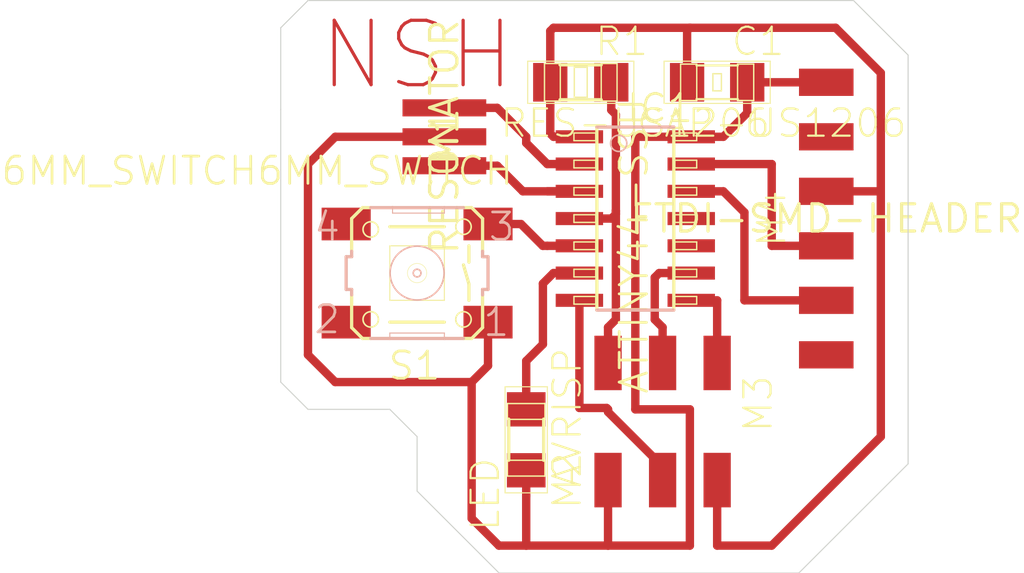
<source format=kicad_pcb>
(kicad_pcb (version 20171130) (host pcbnew "(5.1.5-0-10_14)")

  (general
    (thickness 1.6)
    (drawings 14)
    (tracks 94)
    (zones 0)
    (modules 8)
    (nets 17)
  )

  (page A4)
  (layers
    (0 F.Cu signal)
    (31 B.Cu signal)
    (32 B.Adhes user)
    (33 F.Adhes user)
    (34 B.Paste user)
    (35 F.Paste user)
    (36 B.SilkS user)
    (37 F.SilkS user)
    (38 B.Mask user)
    (39 F.Mask user)
    (40 Dwgs.User user)
    (41 Cmts.User user)
    (42 Eco1.User user)
    (43 Eco2.User user)
    (44 Edge.Cuts user)
    (45 Margin user)
    (46 B.CrtYd user)
    (47 F.CrtYd user)
    (48 B.Fab user)
    (49 F.Fab user)
  )

  (setup
    (last_trace_width 0.39)
    (trace_clearance 0.4)
    (zone_clearance 0.508)
    (zone_45_only no)
    (trace_min 0.2)
    (via_size 0.8)
    (via_drill 0.4)
    (via_min_size 0.4)
    (via_min_drill 0.3)
    (uvia_size 0.3)
    (uvia_drill 0.1)
    (uvias_allowed no)
    (uvia_min_size 0.2)
    (uvia_min_drill 0.1)
    (edge_width 0.05)
    (segment_width 0.2)
    (pcb_text_width 0.3)
    (pcb_text_size 1.5 1.5)
    (mod_edge_width 0.12)
    (mod_text_size 1 1)
    (mod_text_width 0.15)
    (pad_size 1.524 1.524)
    (pad_drill 0.762)
    (pad_to_mask_clearance 0.051)
    (solder_mask_min_width 0.25)
    (aux_axis_origin 0 0)
    (visible_elements FFFFFF7F)
    (pcbplotparams
      (layerselection 0x010fc_ffffffff)
      (usegerberextensions false)
      (usegerberattributes false)
      (usegerberadvancedattributes false)
      (creategerberjobfile false)
      (excludeedgelayer true)
      (linewidth 0.100000)
      (plotframeref false)
      (viasonmask false)
      (mode 1)
      (useauxorigin false)
      (hpglpennumber 1)
      (hpglpenspeed 20)
      (hpglpendiameter 15.000000)
      (psnegative false)
      (psa4output false)
      (plotreference true)
      (plotvalue true)
      (plotinvisibletext false)
      (padsonsilk false)
      (subtractmaskfromsilk false)
      (outputformat 1)
      (mirror false)
      (drillshape 1)
      (scaleselection 1)
      (outputdirectory ""))
  )

  (net 0 "")
  (net 1 "Net-(C1-Pad1)")
  (net 2 "Net-(C1-Pad2)")
  (net 3 "Net-(IC1-Pad2)")
  (net 4 "Net-(IC1-Pad3)")
  (net 5 "Net-(IC1-Pad4)")
  (net 6 "Net-(IC1-Pad5)")
  (net 7 "Net-(IC1-Pad6)")
  (net 8 "Net-(IC1-Pad7)")
  (net 9 "Net-(IC1-Pad8)")
  (net 10 "Net-(IC1-Pad9)")
  (net 11 "Net-(IC1-Pad10)")
  (net 12 "Net-(IC1-Pad11)")
  (net 13 "Net-(IC1-Pad12)")
  (net 14 "Net-(IC1-Pad13)")
  (net 15 "Net-(M4-Pad2)")
  (net 16 "Net-(M4-Pad6)")

  (net_class Default "This is the default net class."
    (clearance 0.4)
    (trace_width 0.39)
    (via_dia 0.8)
    (via_drill 0.4)
    (uvia_dia 0.3)
    (uvia_drill 0.1)
    (add_net "Net-(C1-Pad1)")
    (add_net "Net-(C1-Pad2)")
    (add_net "Net-(IC1-Pad10)")
    (add_net "Net-(IC1-Pad11)")
    (add_net "Net-(IC1-Pad12)")
    (add_net "Net-(IC1-Pad13)")
    (add_net "Net-(IC1-Pad2)")
    (add_net "Net-(IC1-Pad3)")
    (add_net "Net-(IC1-Pad4)")
    (add_net "Net-(IC1-Pad5)")
    (add_net "Net-(IC1-Pad6)")
    (add_net "Net-(IC1-Pad7)")
    (add_net "Net-(IC1-Pad8)")
    (add_net "Net-(IC1-Pad9)")
    (add_net "Net-(M4-Pad2)")
    (add_net "Net-(M4-Pad6)")
  )

  (module kicad_fab:fab-C1206 (layer F.Cu) (tedit 200000) (tstamp 5E5E71FB)
    (at 154.94 104.14)
    (descr CAPACITOR)
    (tags CAPACITOR)
    (path /5E5F5C26)
    (attr smd)
    (fp_text reference C1 (at 1.905 -1.905) (layer F.SilkS)
      (effects (font (size 1.27 1.27) (thickness 0.1016)))
    )
    (fp_text value CAP-US1206 (at 2.54 1.905) (layer F.SilkS)
      (effects (font (size 1.27 1.27) (thickness 0.1016)))
    )
    (fp_line (start -1.7018 0.8509) (end -0.94996 0.8509) (layer F.SilkS) (width 0.06604))
    (fp_line (start -0.94996 0.8509) (end -0.94996 -0.84836) (layer F.SilkS) (width 0.06604))
    (fp_line (start -1.7018 -0.84836) (end -0.94996 -0.84836) (layer F.SilkS) (width 0.06604))
    (fp_line (start -1.7018 0.8509) (end -1.7018 -0.84836) (layer F.SilkS) (width 0.06604))
    (fp_line (start 0.94996 0.84836) (end 1.7018 0.84836) (layer F.SilkS) (width 0.06604))
    (fp_line (start 1.7018 0.84836) (end 1.7018 -0.8509) (layer F.SilkS) (width 0.06604))
    (fp_line (start 0.94996 -0.8509) (end 1.7018 -0.8509) (layer F.SilkS) (width 0.06604))
    (fp_line (start 0.94996 0.84836) (end 0.94996 -0.8509) (layer F.SilkS) (width 0.06604))
    (fp_line (start -0.19812 0.39878) (end 0.19812 0.39878) (layer F.SilkS) (width 0.06604))
    (fp_line (start 0.19812 0.39878) (end 0.19812 -0.39878) (layer F.SilkS) (width 0.06604))
    (fp_line (start -0.19812 -0.39878) (end 0.19812 -0.39878) (layer F.SilkS) (width 0.06604))
    (fp_line (start -0.19812 0.39878) (end -0.19812 -0.39878) (layer F.SilkS) (width 0.06604))
    (fp_line (start -2.47142 -0.98298) (end 2.47142 -0.98298) (layer F.SilkS) (width 0.0508))
    (fp_line (start 2.47142 0.98298) (end -2.47142 0.98298) (layer F.SilkS) (width 0.0508))
    (fp_line (start -2.47142 0.98298) (end -2.47142 -0.98298) (layer F.SilkS) (width 0.0508))
    (fp_line (start 2.47142 -0.98298) (end 2.47142 0.98298) (layer F.SilkS) (width 0.0508))
    (fp_line (start -0.96266 -0.78486) (end 0.96266 -0.78486) (layer F.SilkS) (width 0.1016))
    (fp_line (start -0.96266 0.78486) (end 0.96266 0.78486) (layer F.SilkS) (width 0.1016))
    (pad 1 smd rect (at -1.39954 0) (size 1.59766 1.79832) (layers F.Cu F.Paste F.Mask)
      (net 1 "Net-(C1-Pad1)"))
    (pad 2 smd rect (at 1.39954 0) (size 1.59766 1.79832) (layers F.Cu F.Paste F.Mask)
      (net 2 "Net-(C1-Pad2)"))
  )

  (module kicad_fab:fab-SOIC14 (layer F.Cu) (tedit 200000) (tstamp 5E5E724A)
    (at 151.13 110.49 270)
    (descr "SMALL OUTLINE PACKAGE")
    (tags "SMALL OUTLINE PACKAGE")
    (path /5E5E724B)
    (attr smd)
    (fp_text reference IC1 (at -5.1435 -1.143) (layer F.SilkS)
      (effects (font (size 1.27 1.27) (thickness 0.127)))
    )
    (fp_text value ATTINY44-SSU (at 1.27 0.0635 270) (layer F.SilkS)
      (effects (font (size 1.27 1.27) (thickness 0.127)))
    )
    (fp_line (start -3.9878 -1.8415) (end -3.62966 -1.8415) (layer F.SilkS) (width 0.06604))
    (fp_line (start -3.62966 -1.8415) (end -3.62966 -2.8575) (layer F.SilkS) (width 0.06604))
    (fp_line (start -3.9878 -2.8575) (end -3.62966 -2.8575) (layer F.SilkS) (width 0.06604))
    (fp_line (start -3.9878 -1.8415) (end -3.9878 -2.8575) (layer F.SilkS) (width 0.06604))
    (fp_line (start -2.7178 -1.8415) (end -2.3622 -1.8415) (layer F.SilkS) (width 0.06604))
    (fp_line (start -2.3622 -1.8415) (end -2.3622 -2.8575) (layer F.SilkS) (width 0.06604))
    (fp_line (start -2.7178 -2.8575) (end -2.3622 -2.8575) (layer F.SilkS) (width 0.06604))
    (fp_line (start -2.7178 -1.8415) (end -2.7178 -2.8575) (layer F.SilkS) (width 0.06604))
    (fp_line (start -1.4478 -1.8415) (end -1.08966 -1.8415) (layer F.SilkS) (width 0.06604))
    (fp_line (start -1.08966 -1.8415) (end -1.08966 -2.8575) (layer F.SilkS) (width 0.06604))
    (fp_line (start -1.4478 -2.8575) (end -1.08966 -2.8575) (layer F.SilkS) (width 0.06604))
    (fp_line (start -1.4478 -1.8415) (end -1.4478 -2.8575) (layer F.SilkS) (width 0.06604))
    (fp_line (start -0.1778 -1.8415) (end 0.1778 -1.8415) (layer F.SilkS) (width 0.06604))
    (fp_line (start 0.1778 -1.8415) (end 0.1778 -2.8575) (layer F.SilkS) (width 0.06604))
    (fp_line (start -0.1778 -2.8575) (end 0.1778 -2.8575) (layer F.SilkS) (width 0.06604))
    (fp_line (start -0.1778 -1.8415) (end -0.1778 -2.8575) (layer F.SilkS) (width 0.06604))
    (fp_line (start 1.08966 -1.8415) (end 1.4478 -1.8415) (layer F.SilkS) (width 0.06604))
    (fp_line (start 1.4478 -1.8415) (end 1.4478 -2.8575) (layer F.SilkS) (width 0.06604))
    (fp_line (start 1.08966 -2.8575) (end 1.4478 -2.8575) (layer F.SilkS) (width 0.06604))
    (fp_line (start 1.08966 -1.8415) (end 1.08966 -2.8575) (layer F.SilkS) (width 0.06604))
    (fp_line (start 2.3622 -1.8415) (end 2.7178 -1.8415) (layer F.SilkS) (width 0.06604))
    (fp_line (start 2.7178 -1.8415) (end 2.7178 -2.8575) (layer F.SilkS) (width 0.06604))
    (fp_line (start 2.3622 -2.8575) (end 2.7178 -2.8575) (layer F.SilkS) (width 0.06604))
    (fp_line (start 2.3622 -1.8415) (end 2.3622 -2.8575) (layer F.SilkS) (width 0.06604))
    (fp_line (start 3.62966 -1.8415) (end 3.9878 -1.8415) (layer F.SilkS) (width 0.06604))
    (fp_line (start 3.9878 -1.8415) (end 3.9878 -2.8575) (layer F.SilkS) (width 0.06604))
    (fp_line (start 3.62966 -2.8575) (end 3.9878 -2.8575) (layer F.SilkS) (width 0.06604))
    (fp_line (start 3.62966 -1.8415) (end 3.62966 -2.8575) (layer F.SilkS) (width 0.06604))
    (fp_line (start 3.62966 2.8575) (end 3.9878 2.8575) (layer F.SilkS) (width 0.06604))
    (fp_line (start 3.9878 2.8575) (end 3.9878 1.8415) (layer F.SilkS) (width 0.06604))
    (fp_line (start 3.62966 1.8415) (end 3.9878 1.8415) (layer F.SilkS) (width 0.06604))
    (fp_line (start 3.62966 2.8575) (end 3.62966 1.8415) (layer F.SilkS) (width 0.06604))
    (fp_line (start 2.3622 2.8575) (end 2.7178 2.8575) (layer F.SilkS) (width 0.06604))
    (fp_line (start 2.7178 2.8575) (end 2.7178 1.8415) (layer F.SilkS) (width 0.06604))
    (fp_line (start 2.3622 1.8415) (end 2.7178 1.8415) (layer F.SilkS) (width 0.06604))
    (fp_line (start 2.3622 2.8575) (end 2.3622 1.8415) (layer F.SilkS) (width 0.06604))
    (fp_line (start 1.08966 2.8575) (end 1.4478 2.8575) (layer F.SilkS) (width 0.06604))
    (fp_line (start 1.4478 2.8575) (end 1.4478 1.8415) (layer F.SilkS) (width 0.06604))
    (fp_line (start 1.08966 1.8415) (end 1.4478 1.8415) (layer F.SilkS) (width 0.06604))
    (fp_line (start 1.08966 2.8575) (end 1.08966 1.8415) (layer F.SilkS) (width 0.06604))
    (fp_line (start -0.1778 2.8575) (end 0.1778 2.8575) (layer F.SilkS) (width 0.06604))
    (fp_line (start 0.1778 2.8575) (end 0.1778 1.8415) (layer F.SilkS) (width 0.06604))
    (fp_line (start -0.1778 1.8415) (end 0.1778 1.8415) (layer F.SilkS) (width 0.06604))
    (fp_line (start -0.1778 2.8575) (end -0.1778 1.8415) (layer F.SilkS) (width 0.06604))
    (fp_line (start -1.4478 2.8575) (end -1.08966 2.8575) (layer F.SilkS) (width 0.06604))
    (fp_line (start -1.08966 2.8575) (end -1.08966 1.8415) (layer F.SilkS) (width 0.06604))
    (fp_line (start -1.4478 1.8415) (end -1.08966 1.8415) (layer F.SilkS) (width 0.06604))
    (fp_line (start -1.4478 2.8575) (end -1.4478 1.8415) (layer F.SilkS) (width 0.06604))
    (fp_line (start -2.7178 2.8575) (end -2.3622 2.8575) (layer F.SilkS) (width 0.06604))
    (fp_line (start -2.3622 2.8575) (end -2.3622 1.8415) (layer F.SilkS) (width 0.06604))
    (fp_line (start -2.7178 1.8415) (end -2.3622 1.8415) (layer F.SilkS) (width 0.06604))
    (fp_line (start -2.7178 2.8575) (end -2.7178 1.8415) (layer F.SilkS) (width 0.06604))
    (fp_line (start -3.9878 2.8575) (end -3.62966 2.8575) (layer F.SilkS) (width 0.06604))
    (fp_line (start -3.62966 2.8575) (end -3.62966 1.8415) (layer F.SilkS) (width 0.06604))
    (fp_line (start -3.9878 1.8415) (end -3.62966 1.8415) (layer F.SilkS) (width 0.06604))
    (fp_line (start -3.9878 2.8575) (end -3.9878 1.8415) (layer F.SilkS) (width 0.06604))
    (fp_line (start -4.26466 1.7907) (end 4.26466 1.7907) (layer F.SilkS) (width 0.1524))
    (fp_line (start 4.26466 1.7907) (end 4.26466 -1.7907) (layer B.SilkS) (width 0.1524))
    (fp_line (start 4.26466 -1.7907) (end -4.26466 -1.7907) (layer F.SilkS) (width 0.1524))
    (fp_line (start -4.26466 -1.7907) (end -4.26466 1.7907) (layer B.SilkS) (width 0.1524))
    (fp_circle (center -3.5052 0.7747) (end -3.7719 1.0414) (layer B.SilkS) (width 0.0762))
    (pad 1 smd rect (at -3.81 2.6035 270) (size 0.6096 2.20726) (layers F.Cu F.Paste F.Mask)
      (net 1 "Net-(C1-Pad1)"))
    (pad 2 smd rect (at -2.54 2.6035 270) (size 0.6096 2.20726) (layers F.Cu F.Paste F.Mask)
      (net 3 "Net-(IC1-Pad2)"))
    (pad 3 smd rect (at -1.27 2.6035 270) (size 0.6096 2.20726) (layers F.Cu F.Paste F.Mask)
      (net 4 "Net-(IC1-Pad3)"))
    (pad 4 smd rect (at 0 2.6035 270) (size 0.6096 2.20726) (layers F.Cu F.Paste F.Mask)
      (net 5 "Net-(IC1-Pad4)"))
    (pad 5 smd rect (at 1.27 2.6035 270) (size 0.6096 2.20726) (layers F.Cu F.Paste F.Mask)
      (net 6 "Net-(IC1-Pad5)"))
    (pad 6 smd rect (at 2.54 2.6035 270) (size 0.6096 2.20726) (layers F.Cu F.Paste F.Mask)
      (net 7 "Net-(IC1-Pad6)"))
    (pad 7 smd rect (at 3.81 2.6035 270) (size 0.6096 2.20726) (layers F.Cu F.Paste F.Mask)
      (net 8 "Net-(IC1-Pad7)"))
    (pad 8 smd rect (at 3.81 -2.6035 270) (size 0.6096 2.20726) (layers F.Cu F.Paste F.Mask)
      (net 9 "Net-(IC1-Pad8)"))
    (pad 9 smd rect (at 2.54 -2.6035 270) (size 0.6096 2.20726) (layers F.Cu F.Paste F.Mask)
      (net 10 "Net-(IC1-Pad9)"))
    (pad 10 smd rect (at 1.27 -2.6035 270) (size 0.6096 2.20726) (layers F.Cu F.Paste F.Mask)
      (net 11 "Net-(IC1-Pad10)"))
    (pad 11 smd rect (at 0 -2.6035 270) (size 0.6096 2.20726) (layers F.Cu F.Paste F.Mask)
      (net 12 "Net-(IC1-Pad11)"))
    (pad 12 smd rect (at -1.27 -2.6035 270) (size 0.6096 2.20726) (layers F.Cu F.Paste F.Mask)
      (net 13 "Net-(IC1-Pad12)"))
    (pad 13 smd rect (at -2.54 -2.6035 270) (size 0.6096 2.20726) (layers F.Cu F.Paste F.Mask)
      (net 14 "Net-(IC1-Pad13)"))
    (pad 14 smd rect (at -3.81 -2.6035 270) (size 0.6096 2.20726) (layers F.Cu F.Paste F.Mask)
      (net 2 "Net-(C1-Pad2)"))
  )

  (module kicad_fab:fab-EFOBM (layer F.Cu) (tedit 200000) (tstamp 5E5E7251)
    (at 142.24 106.68 270)
    (path /5E5F2DB2)
    (attr smd)
    (fp_text reference M1 (at 0 0 90) (layer F.SilkS)
      (effects (font (size 1.27 1.27) (thickness 0.15)))
    )
    (fp_text value RESONATOR (at 0 0 90) (layer F.SilkS)
      (effects (font (size 1.27 1.27) (thickness 0.15)))
    )
    (pad 1 smd rect (at -1.34874 0) (size 3.8989 0.79756) (layers F.Cu F.Paste F.Mask)
      (net 3 "Net-(IC1-Pad2)"))
    (pad 2 smd rect (at 0 0 180) (size 3.8989 0.79756) (layers F.Cu F.Paste F.Mask)
      (net 2 "Net-(C1-Pad2)"))
    (pad 3 smd rect (at 1.34874 0 180) (size 3.8989 0.79756) (layers F.Cu F.Paste F.Mask)
      (net 4 "Net-(IC1-Pad3)"))
  )

  (module kicad_fab:fab-LED1206 (layer F.Cu) (tedit 200000) (tstamp 5E5E7265)
    (at 146.05 120.79986 270)
    (descr "LED 1206 PADS (STANDARD PATTERN)")
    (tags "LED 1206 PADS (STANDARD PATTERN)")
    (path /5E5F659C)
    (attr smd)
    (fp_text reference M2 (at 1.905 -1.905 90) (layer F.SilkS)
      (effects (font (size 1.27 1.27) (thickness 0.1016)))
    )
    (fp_text value LED (at 2.54 1.905 90) (layer F.SilkS)
      (effects (font (size 1.27 1.27) (thickness 0.1016)))
    )
    (fp_line (start -1.6891 0.8763) (end -0.9525 0.8763) (layer F.SilkS) (width 0.06604))
    (fp_line (start -0.9525 0.8763) (end -0.9525 -0.8763) (layer F.SilkS) (width 0.06604))
    (fp_line (start -1.6891 -0.8763) (end -0.9525 -0.8763) (layer F.SilkS) (width 0.06604))
    (fp_line (start -1.6891 0.8763) (end -1.6891 -0.8763) (layer F.SilkS) (width 0.06604))
    (fp_line (start 0.9525 0.8763) (end 1.6891 0.8763) (layer F.SilkS) (width 0.06604))
    (fp_line (start 1.6891 0.8763) (end 1.6891 -0.8763) (layer F.SilkS) (width 0.06604))
    (fp_line (start 0.9525 -0.8763) (end 1.6891 -0.8763) (layer F.SilkS) (width 0.06604))
    (fp_line (start 0.9525 0.8763) (end 0.9525 -0.8763) (layer F.SilkS) (width 0.06604))
    (fp_line (start 0.9525 0.8128) (end -0.9652 0.8128) (layer F.SilkS) (width 0.1524))
    (fp_line (start 0.9525 -0.8128) (end -0.9652 -0.8128) (layer F.SilkS) (width 0.1524))
    (fp_line (start -2.47142 -0.98298) (end 2.47142 -0.98298) (layer F.SilkS) (width 0.0508))
    (fp_line (start 2.47142 -0.98298) (end 2.47142 0.98298) (layer F.SilkS) (width 0.0508))
    (fp_line (start 2.47142 0.98298) (end -2.47142 0.98298) (layer F.SilkS) (width 0.0508))
    (fp_line (start -2.47142 0.98298) (end -2.47142 -0.98298) (layer F.SilkS) (width 0.0508))
    (pad 1 smd rect (at -1.41986 0 270) (size 1.59766 1.80086) (layers F.Cu F.Paste F.Mask)
      (net 7 "Net-(IC1-Pad6)"))
    (pad 2 smd rect (at 1.41986 0 270) (size 1.59766 1.80086) (layers F.Cu F.Paste F.Mask)
      (net 2 "Net-(C1-Pad2)"))
  )

  (module kicad_fab:fab-1X06SMD (layer F.Cu) (tedit 200000) (tstamp 5E5E72A9)
    (at 160.02 110.49)
    (path /5E5EFA38)
    (attr smd)
    (fp_text reference M4 (at -2.54 0 90) (layer F.SilkS)
      (effects (font (size 1.27 1.27) (thickness 0.1016)))
    )
    (fp_text value FTDI-SMD-HEADER (at 0 0) (layer F.SilkS)
      (effects (font (size 1.27 1.27) (thickness 0.15)))
    )
    (pad 1 smd rect (at 0 -6.35) (size 2.54 1.27) (layers F.Cu F.Paste F.Mask)
      (net 2 "Net-(C1-Pad2)"))
    (pad 2 smd rect (at 0 -3.81) (size 2.54 1.27) (layers F.Cu F.Paste F.Mask)
      (net 15 "Net-(M4-Pad2)"))
    (pad 3 smd rect (at 0 -1.27) (size 2.54 1.27) (layers F.Cu F.Paste F.Mask)
      (net 1 "Net-(C1-Pad1)"))
    (pad 4 smd rect (at 0 1.27) (size 2.54 1.27) (layers F.Cu F.Paste F.Mask)
      (net 14 "Net-(IC1-Pad13)"))
    (pad 5 smd rect (at 0 3.81) (size 2.54 1.27) (layers F.Cu F.Paste F.Mask)
      (net 13 "Net-(IC1-Pad12)"))
    (pad 6 smd rect (at 0 6.35) (size 2.54 1.27) (layers F.Cu F.Paste F.Mask)
      (net 16 "Net-(M4-Pad6)"))
  )

  (module kicad_fab:fab-R1206 (layer F.Cu) (tedit 200000) (tstamp 5E5E72C1)
    (at 148.59 104.14)
    (descr RESISTOR)
    (tags RESISTOR)
    (path /5E5F4D31)
    (attr smd)
    (fp_text reference R1 (at 1.905 -1.905) (layer F.SilkS)
      (effects (font (size 1.27 1.27) (thickness 0.1016)))
    )
    (fp_text value RES-US1206 (at 2.54 1.905) (layer F.SilkS)
      (effects (font (size 1.27 1.27) (thickness 0.1016)))
    )
    (fp_line (start -1.6891 0.8763) (end -0.9525 0.8763) (layer F.SilkS) (width 0.06604))
    (fp_line (start -0.9525 0.8763) (end -0.9525 -0.8763) (layer F.SilkS) (width 0.06604))
    (fp_line (start -1.6891 -0.8763) (end -0.9525 -0.8763) (layer F.SilkS) (width 0.06604))
    (fp_line (start -1.6891 0.8763) (end -1.6891 -0.8763) (layer F.SilkS) (width 0.06604))
    (fp_line (start 0.9525 0.8763) (end 1.6891 0.8763) (layer F.SilkS) (width 0.06604))
    (fp_line (start 1.6891 0.8763) (end 1.6891 -0.8763) (layer F.SilkS) (width 0.06604))
    (fp_line (start 0.9525 -0.8763) (end 1.6891 -0.8763) (layer F.SilkS) (width 0.06604))
    (fp_line (start 0.9525 0.8763) (end 0.9525 -0.8763) (layer F.SilkS) (width 0.06604))
    (fp_line (start -0.29972 0.6985) (end 0.29972 0.6985) (layer F.SilkS) (width 0.06604))
    (fp_line (start 0.29972 0.6985) (end 0.29972 -0.6985) (layer F.SilkS) (width 0.06604))
    (fp_line (start -0.29972 -0.6985) (end 0.29972 -0.6985) (layer F.SilkS) (width 0.06604))
    (fp_line (start -0.29972 0.6985) (end -0.29972 -0.6985) (layer F.SilkS) (width 0.06604))
    (fp_line (start 0.9525 0.8128) (end -0.9652 0.8128) (layer F.SilkS) (width 0.1524))
    (fp_line (start 0.9525 -0.8128) (end -0.9652 -0.8128) (layer F.SilkS) (width 0.1524))
    (fp_line (start -2.47142 -0.98298) (end 2.47142 -0.98298) (layer F.SilkS) (width 0.0508))
    (fp_line (start 2.47142 -0.98298) (end 2.47142 0.98298) (layer F.SilkS) (width 0.0508))
    (fp_line (start 2.47142 0.98298) (end -2.47142 0.98298) (layer F.SilkS) (width 0.0508))
    (fp_line (start -2.47142 0.98298) (end -2.47142 -0.98298) (layer F.SilkS) (width 0.0508))
    (pad 1 smd rect (at -1.41986 0) (size 1.59766 1.80086) (layers F.Cu F.Paste F.Mask)
      (net 1 "Net-(C1-Pad1)"))
    (pad 2 smd rect (at 1.41986 0) (size 1.59766 1.80086) (layers F.Cu F.Paste F.Mask)
      (net 5 "Net-(IC1-Pad4)"))
  )

  (module kicad_fab:fab-6MM_SWITCH (layer F.Cu) (tedit 200000) (tstamp 5E5E72FF)
    (at 140.97 113.03 180)
    (descr "OMRON SWITCH")
    (tags "OMRON SWITCH")
    (path /5E5F73CF)
    (attr smd)
    (fp_text reference S1 (at 0.127 -4.318) (layer F.SilkS)
      (effects (font (size 1.27 1.27) (thickness 0.127)))
    )
    (fp_text value 6MM_SWITCH6MM_SWITCH (at 7.4422 4.7625) (layer F.SilkS)
      (effects (font (size 1.27 1.27) (thickness 0.127)))
    )
    (fp_line (start 3.302 0.762) (end 3.048 0.762) (layer B.SilkS) (width 0.1524))
    (fp_line (start 3.302 0.762) (end 3.302 -0.762) (layer B.SilkS) (width 0.1524))
    (fp_line (start 3.048 -0.762) (end 3.302 -0.762) (layer B.SilkS) (width 0.1524))
    (fp_line (start 3.048 -1.016) (end 3.048 -2.54) (layer F.SilkS) (width 0.1524))
    (fp_line (start -3.302 -0.762) (end -3.048 -0.762) (layer B.SilkS) (width 0.1524))
    (fp_line (start -3.302 -0.762) (end -3.302 0.762) (layer B.SilkS) (width 0.1524))
    (fp_line (start -3.048 0.762) (end -3.302 0.762) (layer B.SilkS) (width 0.1524))
    (fp_line (start 3.048 -2.54) (end 2.54 -3.048) (layer F.SilkS) (width 0.1524))
    (fp_line (start 2.54 3.048) (end 3.048 2.54) (layer F.SilkS) (width 0.1524))
    (fp_line (start 3.048 2.54) (end 3.048 1.016) (layer F.SilkS) (width 0.1524))
    (fp_line (start -2.54 -3.048) (end -3.048 -2.54) (layer F.SilkS) (width 0.1524))
    (fp_line (start -3.048 -2.54) (end -3.048 -1.016) (layer F.SilkS) (width 0.1524))
    (fp_line (start -2.54 3.048) (end -3.048 2.54) (layer F.SilkS) (width 0.1524))
    (fp_line (start -3.048 2.54) (end -3.048 1.016) (layer F.SilkS) (width 0.1524))
    (fp_line (start -1.27 -1.27) (end -1.27 1.27) (layer F.SilkS) (width 0.0508))
    (fp_line (start 1.27 1.27) (end -1.27 1.27) (layer F.SilkS) (width 0.0508))
    (fp_line (start 1.27 1.27) (end 1.27 -1.27) (layer F.SilkS) (width 0.0508))
    (fp_line (start -1.27 -1.27) (end 1.27 -1.27) (layer F.SilkS) (width 0.0508))
    (fp_line (start -1.27 -3.048) (end -1.27 -2.794) (layer B.SilkS) (width 0.0508))
    (fp_line (start 1.27 -2.794) (end -1.27 -2.794) (layer B.SilkS) (width 0.0508))
    (fp_line (start 1.27 -2.794) (end 1.27 -3.048) (layer B.SilkS) (width 0.0508))
    (fp_line (start 1.143 2.794) (end -1.27 2.794) (layer B.SilkS) (width 0.0508))
    (fp_line (start 1.143 2.794) (end 1.143 3.048) (layer B.SilkS) (width 0.0508))
    (fp_line (start -1.27 2.794) (end -1.27 3.048) (layer B.SilkS) (width 0.0508))
    (fp_line (start 2.54 3.048) (end 2.159 3.048) (layer F.SilkS) (width 0.1524))
    (fp_line (start -2.54 3.048) (end -2.159 3.048) (layer F.SilkS) (width 0.1524))
    (fp_line (start -2.159 3.048) (end -1.27 3.048) (layer B.SilkS) (width 0.1524))
    (fp_line (start -2.54 -3.048) (end -2.159 -3.048) (layer F.SilkS) (width 0.1524))
    (fp_line (start 2.54 -3.048) (end 2.159 -3.048) (layer F.SilkS) (width 0.1524))
    (fp_line (start 2.159 -3.048) (end 1.27 -3.048) (layer B.SilkS) (width 0.1524))
    (fp_line (start 1.27 -3.048) (end -1.27 -3.048) (layer B.SilkS) (width 0.1524))
    (fp_line (start -1.27 -3.048) (end -2.159 -3.048) (layer B.SilkS) (width 0.1524))
    (fp_line (start -1.27 3.048) (end 1.143 3.048) (layer B.SilkS) (width 0.1524))
    (fp_line (start 1.143 3.048) (end 2.159 3.048) (layer B.SilkS) (width 0.1524))
    (fp_line (start 3.048 0.762) (end 3.048 1.016) (layer B.SilkS) (width 0.1524))
    (fp_line (start 3.048 -0.762) (end 3.048 -1.016) (layer B.SilkS) (width 0.1524))
    (fp_line (start -3.048 0.762) (end -3.048 1.016) (layer B.SilkS) (width 0.1524))
    (fp_line (start -3.048 -0.762) (end -3.048 -1.016) (layer B.SilkS) (width 0.1524))
    (fp_line (start -1.27 2.159) (end 1.27 2.159) (layer F.SilkS) (width 0.1524))
    (fp_line (start 1.27 -2.286) (end -1.27 -2.286) (layer F.SilkS) (width 0.1524))
    (fp_line (start -2.413 -1.27) (end -2.413 -0.508) (layer F.SilkS) (width 0.1524))
    (fp_line (start -2.413 0.508) (end -2.413 1.27) (layer F.SilkS) (width 0.1524))
    (fp_line (start -2.413 -0.508) (end -2.159 0.381) (layer F.SilkS) (width 0.1524))
    (fp_circle (center 0 0) (end -0.889 0.889) (layer B.SilkS) (width 0.0762))
    (fp_circle (center -2.159 2.159) (end -2.413 2.413) (layer F.SilkS) (width 0.0762))
    (fp_circle (center 2.159 2.032) (end 2.413 2.286) (layer F.SilkS) (width 0.0762))
    (fp_circle (center 2.159 -2.159) (end 2.413 -2.413) (layer F.SilkS) (width 0.0762))
    (fp_circle (center -2.159 -2.159) (end -2.413 -2.413) (layer F.SilkS) (width 0.0762))
    (fp_circle (center 0 0) (end -0.3175 0.3175) (layer F.SilkS) (width 0.0254))
    (fp_circle (center 0 0) (end -0.127 0.127) (layer B.SilkS) (width 0.0762))
    (fp_text user 1 (at -3.683 -2.286) (layer B.SilkS)
      (effects (font (size 1.27 1.27) (thickness 0.127)))
    )
    (fp_text user 2 (at 4.191 -2.159) (layer B.SilkS)
      (effects (font (size 1.27 1.27) (thickness 0.127)))
    )
    (fp_text user 3 (at -3.937 2.159) (layer B.SilkS)
      (effects (font (size 1.27 1.27) (thickness 0.127)))
    )
    (fp_text user 4 (at 4.191 2.159) (layer B.SilkS)
      (effects (font (size 1.27 1.27) (thickness 0.127)))
    )
    (pad 1 smd rect (at -3.302 -2.286 180) (size 2.286 1.524) (layers F.Cu F.Paste F.Mask)
      (net 2 "Net-(C1-Pad2)"))
    (pad 2 smd rect (at 3.302 -2.286 180) (size 2.286 1.524) (layers F.Cu F.Paste F.Mask)
      (net 2 "Net-(C1-Pad2)"))
    (pad 3 smd rect (at -3.302 2.286 180) (size 2.286 1.524) (layers F.Cu F.Paste F.Mask)
      (net 6 "Net-(IC1-Pad5)"))
    (pad 4 smd rect (at 3.302 2.286 180) (size 2.286 1.524) (layers F.Cu F.Paste F.Mask)
      (net 6 "Net-(IC1-Pad5)"))
  )

  (module kicad_fab:fab-2X03SMD (layer F.Cu) (tedit 200000) (tstamp 5E6795FD)
    (at 152.4 119.75846 270)
    (path /5E5F108C)
    (attr smd)
    (fp_text reference M3 (at -0.635 -4.445 90) (layer F.SilkS)
      (effects (font (size 1.27 1.27) (thickness 0.1016)))
    )
    (fp_text value AVRISP (at 0 4.445 90) (layer F.SilkS)
      (effects (font (size 1.27 1.27) (thickness 0.1016)))
    )
    (pad 1 smd rect (at -2.54 -2.54 270) (size 2.54 1.27) (layers F.Cu F.Paste F.Mask)
      (net 9 "Net-(IC1-Pad8)"))
    (pad 2 smd rect (at 2.91846 -2.54 270) (size 2.54 1.27) (layers F.Cu F.Paste F.Mask)
      (net 1 "Net-(C1-Pad1)"))
    (pad 3 smd rect (at -2.54 0 270) (size 2.54 1.27) (layers F.Cu F.Paste F.Mask)
      (net 10 "Net-(IC1-Pad9)"))
    (pad 4 smd rect (at 2.91846 0 270) (size 2.54 1.27) (layers F.Cu F.Paste F.Mask)
      (net 8 "Net-(IC1-Pad7)"))
    (pad 5 smd rect (at -2.54 2.54 270) (size 2.54 1.27) (layers F.Cu F.Paste F.Mask)
      (net 5 "Net-(IC1-Pad4)"))
    (pad 6 smd rect (at 2.91846 2.54 270) (size 2.54 1.27) (layers F.Cu F.Paste F.Mask)
      (net 2 "Net-(C1-Pad2)"))
  )

  (gr_line (start 135.89 100.33) (end 161.29 100.33) (layer Edge.Cuts) (width 0.05) (tstamp 5E67A03C))
  (gr_line (start 134.62 105.41) (end 134.62 101.6) (layer Edge.Cuts) (width 0.05) (tstamp 5E67A03B))
  (gr_text NSH (at 140.97 102.87) (layer F.Cu)
    (effects (font (size 3 3) (thickness 0.15)))
  )
  (gr_line (start 134.62 101.6) (end 135.89 100.33) (layer Edge.Cuts) (width 0.05))
  (gr_line (start 163.83 102.87) (end 161.29 100.33) (layer Edge.Cuts) (width 0.05))
  (gr_line (start 163.83 121.92) (end 163.83 102.87) (layer Edge.Cuts) (width 0.05))
  (gr_line (start 158.75 127) (end 163.83 121.92) (layer Edge.Cuts) (width 0.05))
  (gr_line (start 144.78 127) (end 158.75 127) (layer Edge.Cuts) (width 0.05))
  (gr_line (start 140.97 123.19) (end 144.78 127) (layer Edge.Cuts) (width 0.05))
  (gr_line (start 140.97 120.65) (end 140.97 123.19) (layer Edge.Cuts) (width 0.05))
  (gr_line (start 139.7 119.38) (end 140.97 120.65) (layer Edge.Cuts) (width 0.05))
  (gr_line (start 135.89 119.38) (end 139.7 119.38) (layer Edge.Cuts) (width 0.05))
  (gr_line (start 134.62 118.11) (end 135.89 119.38) (layer Edge.Cuts) (width 0.05))
  (gr_line (start 134.62 105.41) (end 134.62 118.11) (layer Edge.Cuts) (width 0.05))

  (segment (start 148.5265 106.68) (end 147.72767 106.68) (width 0.25) (layer F.Cu) (net 1))
  (segment (start 148.5265 106.68) (end 147.32 106.68) (width 0.39) (layer F.Cu) (net 1))
  (segment (start 147.32 106.68) (end 147.17014 106.53014) (width 0.39) (layer F.Cu) (net 1))
  (segment (start 147.17014 106.53014) (end 147.17014 105.26014) (width 0.39) (layer F.Cu) (net 1))
  (segment (start 147.17014 105.26014) (end 147.17014 104.14) (width 0.39) (layer F.Cu) (net 1))
  (segment (start 160.456002 101.6) (end 162.56 103.703998) (width 0.39) (layer F.Cu) (net 1))
  (segment (start 147.17014 101.74986) (end 147.32 101.6) (width 0.39) (layer F.Cu) (net 1))
  (segment (start 147.17014 105.26014) (end 147.17014 101.74986) (width 0.39) (layer F.Cu) (net 1))
  (segment (start 153.67 101.6) (end 160.456002 101.6) (width 0.39) (layer F.Cu) (net 1))
  (segment (start 153.54046 101.72954) (end 153.67 101.6) (width 0.39) (layer F.Cu) (net 1))
  (segment (start 153.54046 104.14) (end 153.54046 101.72954) (width 0.39) (layer F.Cu) (net 1))
  (segment (start 147.32 101.6) (end 153.67 101.6) (width 0.39) (layer F.Cu) (net 1))
  (segment (start 162.56 109.22) (end 162.56 120.65) (width 0.39) (layer F.Cu) (net 1))
  (segment (start 162.56 103.703998) (end 162.56 109.22) (width 0.39) (layer F.Cu) (net 1))
  (segment (start 160.02 109.22) (end 162.56 109.22) (width 0.39) (layer F.Cu) (net 1))
  (segment (start 154.94 122.67692) (end 154.94 125.73) (width 0.39) (layer F.Cu) (net 1))
  (segment (start 157.48 125.73) (end 162.56 120.65) (width 0.39) (layer F.Cu) (net 1))
  (segment (start 154.94 125.73) (end 157.48 125.73) (width 0.39) (layer F.Cu) (net 1))
  (segment (start 155.08713 106.68) (end 153.7335 106.68) (width 0.25) (layer F.Cu) (net 2))
  (segment (start 153.7335 106.68) (end 152.4 106.68) (width 0.25) (layer F.Cu) (net 2))
  (segment (start 155.22713 106.68) (end 153.7335 106.68) (width 0.39) (layer F.Cu) (net 2))
  (segment (start 156.33954 105.56759) (end 155.22713 106.68) (width 0.39) (layer F.Cu) (net 2))
  (segment (start 156.33954 104.14) (end 156.33954 105.56759) (width 0.39) (layer F.Cu) (net 2))
  (segment (start 160.02 104.14) (end 156.33954 104.14) (width 0.39) (layer F.Cu) (net 2))
  (segment (start 153.67 119.38) (end 153.67 125.73) (width 0.39) (layer F.Cu) (net 2))
  (segment (start 151.13 119.38) (end 153.67 119.38) (width 0.39) (layer F.Cu) (net 2))
  (segment (start 151.13 106.68) (end 151.13 119.38) (width 0.39) (layer F.Cu) (net 2))
  (segment (start 153.7335 106.68) (end 151.13 106.68) (width 0.39) (layer F.Cu) (net 2))
  (segment (start 146.05 122.21972) (end 146.05 123.40855) (width 0.39) (layer F.Cu) (net 2))
  (segment (start 149.86 122.67692) (end 149.86 125.73) (width 0.39) (layer F.Cu) (net 2))
  (segment (start 153.67 125.73) (end 149.86 125.73) (width 0.39) (layer F.Cu) (net 2))
  (segment (start 146.05 123.40855) (end 146.05 125.73) (width 0.39) (layer F.Cu) (net 2))
  (segment (start 146.05 125.73) (end 144.78 125.73) (width 0.39) (layer F.Cu) (net 2))
  (segment (start 149.86 125.73) (end 146.05 125.73) (width 0.39) (layer F.Cu) (net 2))
  (segment (start 143.51 118.11) (end 143.51 124.46) (width 0.39) (layer F.Cu) (net 2))
  (segment (start 137.16 106.68) (end 135.89 107.95) (width 0.39) (layer F.Cu) (net 2))
  (segment (start 137.16 118.11) (end 143.51 118.11) (width 0.39) (layer F.Cu) (net 2))
  (segment (start 143.51 124.46) (end 144.78 125.73) (width 0.39) (layer F.Cu) (net 2))
  (segment (start 135.89 107.95) (end 135.89 116.84) (width 0.39) (layer F.Cu) (net 2))
  (segment (start 135.89 116.84) (end 137.16 118.11) (width 0.39) (layer F.Cu) (net 2))
  (segment (start 142.24 106.68) (end 137.16 106.68) (width 0.39) (layer F.Cu) (net 2))
  (segment (start 144.272 117.348) (end 144.272 115.316) (width 0.39) (layer F.Cu) (net 2))
  (segment (start 143.51 118.11) (end 144.272 117.348) (width 0.39) (layer F.Cu) (net 2))
  (segment (start 142.24 105.33126) (end 144.70126 105.33126) (width 0.39) (layer F.Cu) (net 3))
  (segment (start 147.03287 107.95) (end 148.5265 107.95) (width 0.39) (layer F.Cu) (net 3))
  (segment (start 146.05 106.96713) (end 147.03287 107.95) (width 0.39) (layer F.Cu) (net 3))
  (segment (start 146.05 106.68) (end 144.70126 105.33126) (width 0.39) (layer F.Cu) (net 3))
  (segment (start 146.05 106.96713) (end 146.05 106.68) (width 0.39) (layer F.Cu) (net 3))
  (segment (start 147.03287 109.22) (end 148.5265 109.22) (width 0.39) (layer F.Cu) (net 4))
  (segment (start 145.89252 109.22) (end 148.5265 109.22) (width 0.39) (layer F.Cu) (net 4))
  (segment (start 144.70126 108.02874) (end 145.89252 109.22) (width 0.39) (layer F.Cu) (net 4))
  (segment (start 142.24 108.02874) (end 144.70126 108.02874) (width 0.39) (layer F.Cu) (net 4))
  (segment (start 149.86 115.55846) (end 149.86 117.21846) (width 0.39) (layer F.Cu) (net 5))
  (segment (start 150.225131 115.193329) (end 149.86 115.55846) (width 0.39) (layer F.Cu) (net 5))
  (segment (start 150.00986 105.43043) (end 150.225131 105.645701) (width 0.39) (layer F.Cu) (net 5))
  (segment (start 150.00986 104.14) (end 150.00986 105.43043) (width 0.39) (layer F.Cu) (net 5))
  (segment (start 150.02013 110.49) (end 148.5265 110.49) (width 0.39) (layer F.Cu) (net 5))
  (segment (start 150.225131 110.284999) (end 150.02013 110.49) (width 0.39) (layer F.Cu) (net 5))
  (segment (start 150.225131 110.124869) (end 150.225131 110.284999) (width 0.39) (layer F.Cu) (net 5))
  (segment (start 150.225131 105.645701) (end 150.225131 110.124869) (width 0.39) (layer F.Cu) (net 5))
  (segment (start 150.225131 110.124869) (end 150.225131 115.193329) (width 0.39) (layer F.Cu) (net 5))
  (segment (start 144.272 110.744) (end 145.805 110.744) (width 0.39) (layer F.Cu) (net 6))
  (segment (start 145.805 110.744) (end 146.821 111.76) (width 0.39) (layer F.Cu) (net 6))
  (segment (start 147.03287 111.76) (end 148.5265 111.76) (width 0.39) (layer F.Cu) (net 6))
  (segment (start 146.821 111.76) (end 147.03287 111.76) (width 0.39) (layer F.Cu) (net 6))
  (segment (start 146.05 117.125738) (end 146.05 119.38) (width 0.39) (layer F.Cu) (net 7))
  (segment (start 146.827869 116.347869) (end 146.05 117.125738) (width 0.39) (layer F.Cu) (net 7))
  (segment (start 146.827869 113.519199) (end 146.827869 116.347869) (width 0.39) (layer F.Cu) (net 7))
  (segment (start 147.317068 113.03) (end 146.827869 113.519199) (width 0.39) (layer F.Cu) (net 7))
  (segment (start 148.5265 113.03) (end 147.317068 113.03) (width 0.39) (layer F.Cu) (net 7))
  (segment (start 148.5265 114.3) (end 148.5265 119.3165) (width 0.39) (layer F.Cu) (net 8))
  (segment (start 148.5265 119.3165) (end 149.7965 119.3165) (width 0.39) (layer F.Cu) (net 8))
  (segment (start 149.7965 119.3165) (end 149.86 119.38) (width 0.39) (layer F.Cu) (net 8))
  (segment (start 152.4 122.04192) (end 152.4 122.67692) (width 0.39) (layer F.Cu) (net 8))
  (segment (start 149.86 119.50192) (end 152.4 122.04192) (width 0.39) (layer F.Cu) (net 8))
  (segment (start 149.86 119.38) (end 149.86 119.50192) (width 0.39) (layer F.Cu) (net 8))
  (segment (start 153.67 114.3635) (end 153.7335 114.3) (width 0.25) (layer F.Cu) (net 9))
  (segment (start 154.94 117.21846) (end 154.94 114.3) (width 0.39) (layer F.Cu) (net 9))
  (segment (start 154.94 114.3) (end 153.7335 114.3) (width 0.39) (layer F.Cu) (net 9))
  (segment (start 152.37987 113.03) (end 153.7335 113.03) (width 0.25) (layer F.Cu) (net 10))
  (segment (start 152.23987 113.03) (end 153.7335 113.03) (width 0.39) (layer F.Cu) (net 10))
  (segment (start 152.034869 113.235001) (end 152.23987 113.03) (width 0.39) (layer F.Cu) (net 10))
  (segment (start 152.034869 115.193329) (end 152.034869 113.235001) (width 0.39) (layer F.Cu) (net 10))
  (segment (start 152.4 115.55846) (end 152.034869 115.193329) (width 0.39) (layer F.Cu) (net 10))
  (segment (start 152.4 117.21846) (end 152.4 115.55846) (width 0.39) (layer F.Cu) (net 10))
  (segment (start 155.08713 109.22) (end 153.7335 109.22) (width 0.25) (layer F.Cu) (net 13))
  (segment (start 156.21 110.20287) (end 156.21 114.3) (width 0.39) (layer F.Cu) (net 13))
  (segment (start 156.21 114.3) (end 160.02 114.3) (width 0.39) (layer F.Cu) (net 13))
  (segment (start 155.22713 109.22) (end 156.21 110.20287) (width 0.39) (layer F.Cu) (net 13))
  (segment (start 153.7335 109.22) (end 155.22713 109.22) (width 0.39) (layer F.Cu) (net 13))
  (segment (start 155.08713 107.95) (end 153.7335 107.95) (width 0.25) (layer F.Cu) (net 14))
  (segment (start 153.7335 107.95) (end 157.48 107.95) (width 0.39) (layer F.Cu) (net 14))
  (segment (start 157.48 107.95) (end 157.48 111.76) (width 0.39) (layer F.Cu) (net 14))
  (segment (start 157.48 111.76) (end 160.02 111.76) (width 0.39) (layer F.Cu) (net 14))

)

</source>
